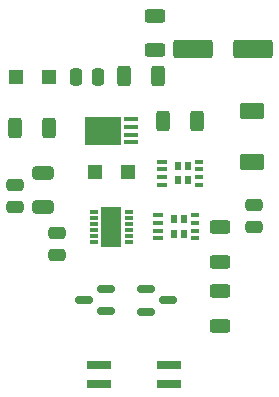
<source format=gbr>
%TF.GenerationSoftware,KiCad,Pcbnew,7.0.9*%
%TF.CreationDate,2024-04-10T11:27:04+02:00*%
%TF.ProjectId,Test_1_PD,54657374-5f31-45f5-9044-2e6b69636164,rev?*%
%TF.SameCoordinates,Original*%
%TF.FileFunction,Paste,Top*%
%TF.FilePolarity,Positive*%
%FSLAX46Y46*%
G04 Gerber Fmt 4.6, Leading zero omitted, Abs format (unit mm)*
G04 Created by KiCad (PCBNEW 7.0.9) date 2024-04-10 11:27:04*
%MOMM*%
%LPD*%
G01*
G04 APERTURE LIST*
G04 Aperture macros list*
%AMRoundRect*
0 Rectangle with rounded corners*
0 $1 Rounding radius*
0 $2 $3 $4 $5 $6 $7 $8 $9 X,Y pos of 4 corners*
0 Add a 4 corners polygon primitive as box body*
4,1,4,$2,$3,$4,$5,$6,$7,$8,$9,$2,$3,0*
0 Add four circle primitives for the rounded corners*
1,1,$1+$1,$2,$3*
1,1,$1+$1,$4,$5*
1,1,$1+$1,$6,$7*
1,1,$1+$1,$8,$9*
0 Add four rect primitives between the rounded corners*
20,1,$1+$1,$2,$3,$4,$5,0*
20,1,$1+$1,$4,$5,$6,$7,0*
20,1,$1+$1,$6,$7,$8,$9,0*
20,1,$1+$1,$8,$9,$2,$3,0*%
G04 Aperture macros list end*
%ADD10RoundRect,0.150000X0.587500X0.150000X-0.587500X0.150000X-0.587500X-0.150000X0.587500X-0.150000X0*%
%ADD11RoundRect,0.250000X-1.412500X-0.550000X1.412500X-0.550000X1.412500X0.550000X-1.412500X0.550000X0*%
%ADD12R,1.200000X1.200000*%
%ADD13RoundRect,0.250000X0.250000X0.475000X-0.250000X0.475000X-0.250000X-0.475000X0.250000X-0.475000X0*%
%ADD14RoundRect,0.250000X-0.312500X-0.625000X0.312500X-0.625000X0.312500X0.625000X-0.312500X0.625000X0*%
%ADD15RoundRect,0.250000X-0.475000X0.250000X-0.475000X-0.250000X0.475000X-0.250000X0.475000X0.250000X0*%
%ADD16R,0.830000X0.300000*%
%ADD17R,0.510000X0.635000*%
%ADD18R,0.750000X0.300000*%
%ADD19R,2.159000X0.660400*%
%ADD20RoundRect,0.250000X0.625000X-0.312500X0.625000X0.312500X-0.625000X0.312500X-0.625000X-0.312500X0*%
%ADD21R,1.219200X0.406400*%
%ADD22R,3.073400X2.489200*%
%ADD23RoundRect,0.150000X-0.587500X-0.150000X0.587500X-0.150000X0.587500X0.150000X-0.587500X0.150000X0*%
%ADD24RoundRect,0.250000X-0.650000X0.325000X-0.650000X-0.325000X0.650000X-0.325000X0.650000X0.325000X0*%
%ADD25RoundRect,0.250000X0.312500X0.625000X-0.312500X0.625000X-0.312500X-0.625000X0.312500X-0.625000X0*%
%ADD26RoundRect,0.250000X-0.800000X0.450000X-0.800000X-0.450000X0.800000X-0.450000X0.800000X0.450000X0*%
%ADD27R,0.800000X0.300000*%
%ADD28R,1.800000X3.400000*%
G04 APERTURE END LIST*
D10*
%TO.C,Q2*%
X78775000Y-140975000D03*
X78775000Y-139075000D03*
X76900000Y-140025000D03*
%TD*%
D11*
%TO.C,CBULK1*%
X86125000Y-118800000D03*
X91200000Y-118800000D03*
%TD*%
D12*
%TO.C,D2*%
X71150000Y-121100000D03*
X73950000Y-121100000D03*
%TD*%
D13*
%TO.C,C3*%
X78100000Y-121100000D03*
X76200000Y-121100000D03*
%TD*%
D14*
%TO.C,R1*%
X71012500Y-125450000D03*
X73937500Y-125450000D03*
%TD*%
D15*
%TO.C,CGATE1*%
X91275000Y-131950000D03*
X91275000Y-133850000D03*
%TD*%
D16*
%TO.C,Q4*%
X83180000Y-132849000D03*
X83180000Y-133499000D03*
X83180000Y-134149000D03*
X83180000Y-134799000D03*
D17*
X84500000Y-133198000D03*
X84500000Y-134450000D03*
X85360000Y-133198000D03*
X85360000Y-134450000D03*
D18*
X86290000Y-132849000D03*
X86290000Y-133499000D03*
X86290000Y-134149000D03*
X86290000Y-134799000D03*
%TD*%
D19*
%TO.C,L2*%
X78128200Y-145499900D03*
X78128200Y-147100100D03*
X84071800Y-147100100D03*
X84071800Y-145499900D03*
%TD*%
D20*
%TO.C,RBULK1*%
X82900000Y-118887500D03*
X82900000Y-115962500D03*
%TD*%
D14*
%TO.C,RGATE1*%
X83537500Y-124900000D03*
X86462500Y-124900000D03*
%TD*%
D21*
%TO.C,Q1*%
X80854200Y-126674999D03*
X80854200Y-126025001D03*
X80854200Y-125374999D03*
X80854200Y-124725001D03*
D22*
X78453900Y-125700000D03*
%TD*%
D23*
%TO.C,Q3*%
X82100000Y-139100000D03*
X82100000Y-141000000D03*
X83975000Y-140050000D03*
%TD*%
D24*
%TO.C,C1*%
X73400000Y-129225000D03*
X73400000Y-132175000D03*
%TD*%
D20*
%TO.C,R3*%
X88350000Y-136762500D03*
X88350000Y-133837500D03*
%TD*%
D25*
%TO.C,R2*%
X83162500Y-121050000D03*
X80237500Y-121050000D03*
%TD*%
D20*
%TO.C,R4*%
X88350000Y-142212500D03*
X88350000Y-139287500D03*
%TD*%
D15*
%TO.C,CSTBY1*%
X74600000Y-134350000D03*
X74600000Y-136250000D03*
%TD*%
%TO.C,C2*%
X71050000Y-130250000D03*
X71050000Y-132150000D03*
%TD*%
D26*
%TO.C,D3*%
X91075000Y-123975000D03*
X91075000Y-128375000D03*
%TD*%
D12*
%TO.C,D1*%
X77800000Y-129200000D03*
X80600000Y-129200000D03*
%TD*%
D27*
%TO.C,IC1*%
X77700000Y-132600000D03*
X77700000Y-133100000D03*
X77700000Y-133600000D03*
X77700000Y-134100000D03*
X77700000Y-134600000D03*
X77700000Y-135100000D03*
X80700000Y-135100000D03*
X80700000Y-134600000D03*
X80700000Y-134100000D03*
X80700000Y-133600000D03*
X80700000Y-133100000D03*
X80700000Y-132600000D03*
D28*
X79200000Y-133850000D03*
%TD*%
D16*
%TO.C,Q5*%
X83480000Y-128299000D03*
X83480000Y-128949000D03*
X83480000Y-129599000D03*
X83480000Y-130249000D03*
D17*
X84800000Y-128648000D03*
X84800000Y-129900000D03*
X85660000Y-128648000D03*
X85660000Y-129900000D03*
D18*
X86590000Y-128299000D03*
X86590000Y-128949000D03*
X86590000Y-129599000D03*
X86590000Y-130249000D03*
%TD*%
M02*

</source>
